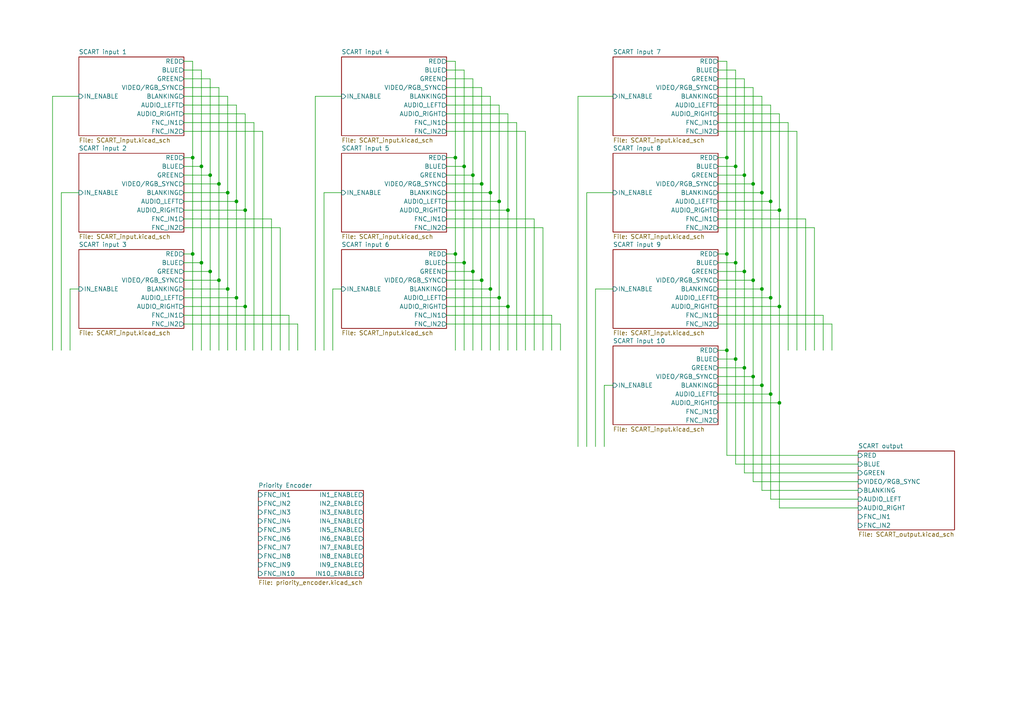
<source format=kicad_sch>
(kicad_sch (version 20230121) (generator eeschema)
  (paper "A4")
  (lib_symbols)
  (junction (at 142.24 55.88))
  (junction (at 223.52 58.42))
  (junction (at 218.44 53.34))
  (junction (at 213.36 76.2))
  (junction (at 60.96 50.8))
  (junction (at 213.36 48.26))
  (junction (at 71.12 60.96))
  (junction (at 226.06 60.96))
  (junction (at 218.44 109.22))
  (junction (at 147.32 88.9))
  (junction (at 226.06 116.84))
  (junction (at 60.96 78.74))
  (junction (at 132.08 73.66))
  (junction (at 63.5 81.28))
  (junction (at 132.08 45.72))
  (junction (at 147.32 60.96))
  (junction (at 66.04 83.82))
  (junction (at 223.52 86.36))
  (junction (at 210.82 45.72))
  (junction (at 137.16 50.8))
  (junction (at 210.82 101.6))
  (junction (at 139.7 81.28))
  (junction (at 71.12 88.9))
  (junction (at 142.24 83.82))
  (junction (at 144.78 86.36))
  (junction (at 58.42 48.26))
  (junction (at 134.62 48.26))
  (junction (at 223.52 114.3))
  (junction (at 220.98 111.76))
  (junction (at 55.88 45.72))
  (junction (at 215.9 78.74))
  (junction (at 134.62 76.2))
  (junction (at 220.98 55.88))
  (junction (at 66.04 55.88))
  (junction (at 68.58 58.42))
  (junction (at 68.58 86.36))
  (junction (at 63.5 53.34))
  (junction (at 58.42 76.2))
  (junction (at 144.78 58.42))
  (junction (at 139.7 53.34))
  (junction (at 226.06 88.9))
  (junction (at 215.9 50.8))
  (junction (at 213.36 104.14))
  (junction (at 218.44 81.28))
  (junction (at 210.82 73.66))
  (junction (at 137.16 78.74))
  (junction (at 220.98 83.82))
  (junction (at 55.88 73.66))
  (junction (at 215.9 106.68))
  (wire (pts (xy 208.28 22.86) (xy 215.9 22.86)))
  (wire (pts (xy 208.28 83.82) (xy 220.98 83.82)))
  (wire (pts (xy 129.54 22.86) (xy 137.16 22.86)))
  (wire (pts (xy 63.5 53.34) (xy 63.5 81.28)))
  (wire (pts (xy 213.36 104.14) (xy 213.36 134.62)))
  (wire (pts (xy 53.34 73.66) (xy 55.88 73.66)))
  (wire (pts (xy 66.04 27.94) (xy 66.04 55.88)))
  (wire (pts (xy 210.82 17.78) (xy 210.82 45.72)))
  (wire (pts (xy 76.2 38.1) (xy 76.2 101.6)))
  (wire (pts (xy 147.32 88.9) (xy 147.32 101.6)))
  (wire (pts (xy 213.36 48.26) (xy 213.36 76.2)))
  (wire (pts (xy 83.82 91.44) (xy 83.82 101.6)))
  (wire (pts (xy 60.96 22.86) (xy 60.96 50.8)))
  (wire (pts (xy 139.7 81.28) (xy 139.7 101.6)))
  (wire (pts (xy 129.54 83.82) (xy 142.24 83.82)))
  (wire (pts (xy 55.88 17.78) (xy 55.88 45.72)))
  (wire (pts (xy 91.44 27.94) (xy 91.44 101.6)))
  (wire (pts (xy 162.56 93.98) (xy 162.56 101.6)))
  (wire (pts (xy 53.34 86.36) (xy 68.58 86.36)))
  (wire (pts (xy 99.06 83.82) (xy 96.52 83.82)))
  (wire (pts (xy 208.28 78.74) (xy 215.9 78.74)))
  (wire (pts (xy 129.54 48.26) (xy 134.62 48.26)))
  (wire (pts (xy 208.28 30.48) (xy 223.52 30.48)))
  (wire (pts (xy 129.54 60.96) (xy 147.32 60.96)))
  (wire (pts (xy 53.34 30.48) (xy 68.58 30.48)))
  (wire (pts (xy 53.34 45.72) (xy 55.88 45.72)))
  (wire (pts (xy 236.22 66.04) (xy 236.22 101.6)))
  (wire (pts (xy 134.62 48.26) (xy 134.62 76.2)))
  (wire (pts (xy 99.06 27.94) (xy 91.44 27.94)))
  (wire (pts (xy 218.44 81.28) (xy 218.44 109.22)))
  (wire (pts (xy 78.74 63.5) (xy 78.74 101.6)))
  (wire (pts (xy 137.16 22.86) (xy 137.16 50.8)))
  (wire (pts (xy 53.34 35.56) (xy 73.66 35.56)))
  (wire (pts (xy 208.28 101.6) (xy 210.82 101.6)))
  (wire (pts (xy 228.6 35.56) (xy 228.6 101.6)))
  (wire (pts (xy 96.52 83.82) (xy 96.52 101.6)))
  (wire (pts (xy 208.28 53.34) (xy 218.44 53.34)))
  (wire (pts (xy 53.34 60.96) (xy 71.12 60.96)))
  (wire (pts (xy 129.54 20.32) (xy 134.62 20.32)))
  (wire (pts (xy 129.54 25.4) (xy 139.7 25.4)))
  (wire (pts (xy 248.92 139.7) (xy 218.44 139.7)))
  (wire (pts (xy 129.54 73.66) (xy 132.08 73.66)))
  (wire (pts (xy 231.14 38.1) (xy 231.14 101.6)))
  (wire (pts (xy 139.7 25.4) (xy 139.7 53.34)))
  (wire (pts (xy 129.54 81.28) (xy 139.7 81.28)))
  (wire (pts (xy 208.28 86.36) (xy 223.52 86.36)))
  (wire (pts (xy 53.34 78.74) (xy 60.96 78.74)))
  (wire (pts (xy 129.54 63.5) (xy 154.94 63.5)))
  (wire (pts (xy 215.9 50.8) (xy 215.9 78.74)))
  (wire (pts (xy 208.28 116.84) (xy 226.06 116.84)))
  (wire (pts (xy 22.86 55.88) (xy 17.78 55.88)))
  (wire (pts (xy 208.28 35.56) (xy 228.6 35.56)))
  (wire (pts (xy 53.34 48.26) (xy 58.42 48.26)))
  (wire (pts (xy 134.62 20.32) (xy 134.62 48.26)))
  (wire (pts (xy 177.8 55.88) (xy 170.18 55.88)))
  (wire (pts (xy 53.34 53.34) (xy 63.5 53.34)))
  (wire (pts (xy 66.04 55.88) (xy 66.04 83.82)))
  (wire (pts (xy 20.32 83.82) (xy 20.32 101.6)))
  (wire (pts (xy 142.24 55.88) (xy 142.24 83.82)))
  (wire (pts (xy 226.06 33.02) (xy 226.06 60.96)))
  (wire (pts (xy 208.28 66.04) (xy 236.22 66.04)))
  (wire (pts (xy 129.54 27.94) (xy 142.24 27.94)))
  (wire (pts (xy 53.34 38.1) (xy 76.2 38.1)))
  (wire (pts (xy 208.28 50.8) (xy 215.9 50.8)))
  (wire (pts (xy 17.78 55.88) (xy 17.78 101.6)))
  (wire (pts (xy 208.28 38.1) (xy 231.14 38.1)))
  (wire (pts (xy 210.82 45.72) (xy 210.82 73.66)))
  (wire (pts (xy 68.58 58.42) (xy 68.58 86.36)))
  (wire (pts (xy 55.88 73.66) (xy 55.88 101.6)))
  (wire (pts (xy 68.58 30.48) (xy 68.58 58.42)))
  (wire (pts (xy 248.92 142.24) (xy 220.98 142.24)))
  (wire (pts (xy 248.92 147.32) (xy 226.06 147.32)))
  (wire (pts (xy 215.9 78.74) (xy 215.9 106.68)))
  (wire (pts (xy 129.54 53.34) (xy 139.7 53.34)))
  (wire (pts (xy 55.88 45.72) (xy 55.88 73.66)))
  (wire (pts (xy 147.32 33.02) (xy 147.32 60.96)))
  (wire (pts (xy 73.66 35.56) (xy 73.66 101.6)))
  (wire (pts (xy 223.52 144.78) (xy 223.52 114.3)))
  (wire (pts (xy 157.48 66.04) (xy 157.48 101.6)))
  (wire (pts (xy 53.34 81.28) (xy 63.5 81.28)))
  (wire (pts (xy 215.9 137.16) (xy 248.92 137.16)))
  (wire (pts (xy 220.98 142.24) (xy 220.98 111.76)))
  (wire (pts (xy 208.28 114.3) (xy 223.52 114.3)))
  (wire (pts (xy 208.28 20.32) (xy 213.36 20.32)))
  (wire (pts (xy 208.28 104.14) (xy 213.36 104.14)))
  (wire (pts (xy 22.86 27.94) (xy 15.24 27.94)))
  (wire (pts (xy 129.54 91.44) (xy 160.02 91.44)))
  (wire (pts (xy 208.28 106.68) (xy 215.9 106.68)))
  (wire (pts (xy 175.26 111.76) (xy 175.26 129.54)))
  (wire (pts (xy 208.28 33.02) (xy 226.06 33.02)))
  (wire (pts (xy 177.8 83.82) (xy 172.72 83.82)))
  (wire (pts (xy 134.62 76.2) (xy 134.62 101.6)))
  (wire (pts (xy 220.98 27.94) (xy 220.98 55.88)))
  (wire (pts (xy 53.34 83.82) (xy 66.04 83.82)))
  (wire (pts (xy 208.28 48.26) (xy 213.36 48.26)))
  (wire (pts (xy 60.96 50.8) (xy 60.96 78.74)))
  (wire (pts (xy 53.34 88.9) (xy 71.12 88.9)))
  (wire (pts (xy 129.54 45.72) (xy 132.08 45.72)))
  (wire (pts (xy 226.06 88.9) (xy 226.06 116.84)))
  (wire (pts (xy 208.28 111.76) (xy 220.98 111.76)))
  (wire (pts (xy 129.54 50.8) (xy 137.16 50.8)))
  (wire (pts (xy 53.34 17.78) (xy 55.88 17.78)))
  (wire (pts (xy 238.76 91.44) (xy 238.76 101.6)))
  (wire (pts (xy 208.28 17.78) (xy 210.82 17.78)))
  (wire (pts (xy 129.54 93.98) (xy 162.56 93.98)))
  (wire (pts (xy 160.02 91.44) (xy 160.02 101.6)))
  (wire (pts (xy 129.54 58.42) (xy 144.78 58.42)))
  (wire (pts (xy 129.54 17.78) (xy 132.08 17.78)))
  (wire (pts (xy 53.34 33.02) (xy 71.12 33.02)))
  (wire (pts (xy 142.24 27.94) (xy 142.24 55.88)))
  (wire (pts (xy 208.28 81.28) (xy 218.44 81.28)))
  (wire (pts (xy 60.96 78.74) (xy 60.96 101.6)))
  (wire (pts (xy 213.36 134.62) (xy 248.92 134.62)))
  (wire (pts (xy 71.12 88.9) (xy 71.12 101.6)))
  (wire (pts (xy 177.8 111.76) (xy 175.26 111.76)))
  (wire (pts (xy 208.28 91.44) (xy 238.76 91.44)))
  (wire (pts (xy 218.44 53.34) (xy 218.44 81.28)))
  (wire (pts (xy 22.86 83.82) (xy 20.32 83.82)))
  (wire (pts (xy 241.3 93.98) (xy 241.3 101.6)))
  (wire (pts (xy 129.54 33.02) (xy 147.32 33.02)))
  (wire (pts (xy 208.28 58.42) (xy 223.52 58.42)))
  (wire (pts (xy 129.54 76.2) (xy 134.62 76.2)))
  (wire (pts (xy 53.34 20.32) (xy 58.42 20.32)))
  (wire (pts (xy 172.72 83.82) (xy 172.72 129.54)))
  (wire (pts (xy 129.54 78.74) (xy 137.16 78.74)))
  (wire (pts (xy 154.94 63.5) (xy 154.94 101.6)))
  (wire (pts (xy 53.34 25.4) (xy 63.5 25.4)))
  (wire (pts (xy 223.52 30.48) (xy 223.52 58.42)))
  (wire (pts (xy 71.12 33.02) (xy 71.12 60.96)))
  (wire (pts (xy 215.9 22.86) (xy 215.9 50.8)))
  (wire (pts (xy 208.28 45.72) (xy 210.82 45.72)))
  (wire (pts (xy 129.54 86.36) (xy 144.78 86.36)))
  (wire (pts (xy 218.44 25.4) (xy 218.44 53.34)))
  (wire (pts (xy 220.98 55.88) (xy 220.98 83.82)))
  (wire (pts (xy 139.7 53.34) (xy 139.7 81.28)))
  (wire (pts (xy 170.18 55.88) (xy 170.18 129.54)))
  (wire (pts (xy 210.82 73.66) (xy 210.82 101.6)))
  (wire (pts (xy 132.08 17.78) (xy 132.08 45.72)))
  (wire (pts (xy 53.34 55.88) (xy 66.04 55.88)))
  (wire (pts (xy 137.16 78.74) (xy 137.16 101.6)))
  (wire (pts (xy 53.34 58.42) (xy 68.58 58.42)))
  (wire (pts (xy 129.54 30.48) (xy 144.78 30.48)))
  (wire (pts (xy 226.06 60.96) (xy 226.06 88.9)))
  (wire (pts (xy 68.58 86.36) (xy 68.58 101.6)))
  (wire (pts (xy 53.34 66.04) (xy 81.28 66.04)))
  (wire (pts (xy 208.28 76.2) (xy 213.36 76.2)))
  (wire (pts (xy 15.24 27.94) (xy 15.24 101.6)))
  (wire (pts (xy 248.92 144.78) (xy 223.52 144.78)))
  (wire (pts (xy 144.78 30.48) (xy 144.78 58.42)))
  (wire (pts (xy 53.34 63.5) (xy 78.74 63.5)))
  (wire (pts (xy 63.5 81.28) (xy 63.5 101.6)))
  (wire (pts (xy 208.28 88.9) (xy 226.06 88.9)))
  (wire (pts (xy 208.28 55.88) (xy 220.98 55.88)))
  (wire (pts (xy 58.42 20.32) (xy 58.42 48.26)))
  (wire (pts (xy 210.82 101.6) (xy 210.82 132.08)))
  (wire (pts (xy 208.28 60.96) (xy 226.06 60.96)))
  (wire (pts (xy 218.44 139.7) (xy 218.44 109.22)))
  (wire (pts (xy 208.28 73.66) (xy 210.82 73.66)))
  (wire (pts (xy 152.4 38.1) (xy 152.4 101.6)))
  (wire (pts (xy 58.42 48.26) (xy 58.42 76.2)))
  (wire (pts (xy 129.54 88.9) (xy 147.32 88.9)))
  (wire (pts (xy 66.04 83.82) (xy 66.04 101.6)))
  (wire (pts (xy 210.82 132.08) (xy 248.92 132.08)))
  (wire (pts (xy 129.54 38.1) (xy 152.4 38.1)))
  (wire (pts (xy 53.34 22.86) (xy 60.96 22.86)))
  (wire (pts (xy 53.34 50.8) (xy 60.96 50.8)))
  (wire (pts (xy 129.54 35.56) (xy 149.86 35.56)))
  (wire (pts (xy 208.28 93.98) (xy 241.3 93.98)))
  (wire (pts (xy 58.42 76.2) (xy 58.42 101.6)))
  (wire (pts (xy 223.52 86.36) (xy 223.52 114.3)))
  (wire (pts (xy 144.78 58.42) (xy 144.78 86.36)))
  (wire (pts (xy 71.12 60.96) (xy 71.12 88.9)))
  (wire (pts (xy 86.36 93.98) (xy 86.36 101.6)))
  (wire (pts (xy 223.52 58.42) (xy 223.52 86.36)))
  (wire (pts (xy 208.28 109.22) (xy 218.44 109.22)))
  (wire (pts (xy 137.16 50.8) (xy 137.16 78.74)))
  (wire (pts (xy 129.54 66.04) (xy 157.48 66.04)))
  (wire (pts (xy 167.64 27.94) (xy 167.64 129.54)))
  (wire (pts (xy 233.68 63.5) (xy 233.68 101.6)))
  (wire (pts (xy 213.36 20.32) (xy 213.36 48.26)))
  (wire (pts (xy 215.9 106.68) (xy 215.9 137.16)))
  (wire (pts (xy 63.5 25.4) (xy 63.5 53.34)))
  (wire (pts (xy 93.98 55.88) (xy 93.98 101.6)))
  (wire (pts (xy 53.34 27.94) (xy 66.04 27.94)))
  (wire (pts (xy 129.54 55.88) (xy 142.24 55.88)))
  (wire (pts (xy 53.34 93.98) (xy 86.36 93.98)))
  (wire (pts (xy 147.32 60.96) (xy 147.32 88.9)))
  (wire (pts (xy 226.06 147.32) (xy 226.06 116.84)))
  (wire (pts (xy 99.06 55.88) (xy 93.98 55.88)))
  (wire (pts (xy 53.34 76.2) (xy 58.42 76.2)))
  (wire (pts (xy 220.98 83.82) (xy 220.98 111.76)))
  (wire (pts (xy 149.86 35.56) (xy 149.86 101.6)))
  (wire (pts (xy 208.28 27.94) (xy 220.98 27.94)))
  (wire (pts (xy 208.28 25.4) (xy 218.44 25.4)))
  (wire (pts (xy 144.78 86.36) (xy 144.78 101.6)))
  (wire (pts (xy 177.8 27.94) (xy 167.64 27.94)))
  (wire (pts (xy 208.28 63.5) (xy 233.68 63.5)))
  (wire (pts (xy 142.24 83.82) (xy 142.24 101.6)))
  (wire (pts (xy 132.08 45.72) (xy 132.08 73.66)))
  (wire (pts (xy 81.28 66.04) (xy 81.28 101.6)))
  (wire (pts (xy 132.08 73.66) (xy 132.08 101.6)))
  (wire (pts (xy 53.34 91.44) (xy 83.82 91.44)))
  (wire (pts (xy 213.36 76.2) (xy 213.36 104.14)))
  (sheet (at 177.8 44.45) (size 30.48 22.86) (stroke (width 0.1524))
    (property "Sheetname" "SCART input 8" (at 177.8 43.7384 0) (effects (justify left bottom)))
    (property "Sheetfile" "SCART_input.kicad_sch" (at 177.8 67.8946 0) (effects (justify left top)))
    (pin "BLUE" output (at 208.28 48.26 0))
    (pin "BLANKING" output (at 208.28 55.88 0))
    (pin "GREEN" output (at 208.28 50.8 0))
    (pin "RED" output (at 208.28 45.72 0))
    (pin "VIDEO{slash}RGB_SYNC" output (at 208.28 53.34 0))
    (pin "FNC_IN1" output (at 208.28 63.5 0))
    (pin "FNC_IN2" output (at 208.28 66.04 0))
    (pin "AUDIO_LEFT" output (at 208.28 58.42 0))
    (pin "AUDIO_RIGHT" output (at 208.28 60.96 0))
    (pin "IN_ENABLE" input (at 177.8 55.88 180))
  )
  (sheet (at 22.86 72.39) (size 30.48 22.86) (stroke (width 0.1524))
    (property "Sheetname" "SCART input 3" (at 22.86 71.6784 0) (effects (justify left bottom)))
    (property "Sheetfile" "SCART_input.kicad_sch" (at 22.86 95.8346 0) (effects (justify left top)))
    (pin "BLUE" output (at 53.34 76.2 0))
    (pin "BLANKING" output (at 53.34 83.82 0))
    (pin "GREEN" output (at 53.34 78.74 0))
    (pin "RED" output (at 53.34 73.66 0))
    (pin "VIDEO{slash}RGB_SYNC" output (at 53.34 81.28 0))
    (pin "FNC_IN1" output (at 53.34 91.44 0))
    (pin "FNC_IN2" output (at 53.34 93.98 0))
    (pin "AUDIO_LEFT" output (at 53.34 86.36 0))
    (pin "AUDIO_RIGHT" output (at 53.34 88.9 0))
    (pin "IN_ENABLE" input (at 22.86 83.82 180))
  )
  (sheet (at 177.8 72.39) (size 30.48 22.86) (stroke (width 0.1524))
    (property "Sheetname" "SCART input 9" (at 177.8 71.6784 0) (effects (justify left bottom)))
    (property "Sheetfile" "SCART_input.kicad_sch" (at 177.8 95.8346 0) (effects (justify left top)))
    (pin "BLUE" output (at 208.28 76.2 0))
    (pin "BLANKING" output (at 208.28 83.82 0))
    (pin "GREEN" output (at 208.28 78.74 0))
    (pin "RED" output (at 208.28 73.66 0))
    (pin "VIDEO{slash}RGB_SYNC" output (at 208.28 81.28 0))
    (pin "FNC_IN1" output (at 208.28 91.44 0))
    (pin "FNC_IN2" output (at 208.28 93.98 0))
    (pin "AUDIO_LEFT" output (at 208.28 86.36 0))
    (pin "AUDIO_RIGHT" output (at 208.28 88.9 0))
    (pin "IN_ENABLE" input (at 177.8 83.82 180))
  )
  (sheet (at 99.06 16.51) (size 30.48 22.86) (stroke (width 0.1524))
    (property "Sheetname" "SCART input 4" (at 99.06 15.7984 0) (effects (justify left bottom)))
    (property "Sheetfile" "SCART_input.kicad_sch" (at 99.06 39.9546 0) (effects (justify left top)))
    (pin "BLUE" output (at 129.54 20.32 0))
    (pin "BLANKING" output (at 129.54 27.94 0))
    (pin "GREEN" output (at 129.54 22.86 0))
    (pin "RED" output (at 129.54 17.78 0))
    (pin "VIDEO{slash}RGB_SYNC" output (at 129.54 25.4 0))
    (pin "FNC_IN1" output (at 129.54 35.56 0))
    (pin "FNC_IN2" output (at 129.54 38.1 0))
    (pin "AUDIO_LEFT" output (at 129.54 30.48 0))
    (pin "AUDIO_RIGHT" output (at 129.54 33.02 0))
    (pin "IN_ENABLE" input (at 99.06 27.94 180))
  )
  (sheet (at 248.92 130.81) (size 27.94 22.86) (stroke (width 0.1524))
    (property "Sheetname" "SCART output" (at 248.92 130.0984 0) (effects (justify left bottom)))
    (property "Sheetfile" "SCART_output.kicad_sch" (at 248.92 154.2546 0) (effects (justify left top)))
    (pin "FNC_IN1" input (at 248.92 149.86 180))
    (pin "FNC_IN2" input (at 248.92 152.4 180))
    (pin "AUDIO_RIGHT" input (at 248.92 147.32 180))
    (pin "AUDIO_LEFT" input (at 248.92 144.78 180))
    (pin "BLANKING" input (at 248.92 142.24 180))
    (pin "RED" input (at 248.92 132.08 180))
    (pin "GREEN" input (at 248.92 137.16 180))
    (pin "VIDEO{slash}RGB_SYNC" input (at 248.92 139.7 180))
    (pin "BLUE" input (at 248.92 134.62 180))
  )
  (sheet (at 177.8 16.51) (size 30.48 22.86) (stroke (width 0.1524))
    (property "Sheetname" "SCART input 7" (at 177.8 15.7984 0) (effects (justify left bottom)))
    (property "Sheetfile" "SCART_input.kicad_sch" (at 177.8 39.9546 0) (effects (justify left top)))
    (pin "BLUE" output (at 208.28 20.32 0))
    (pin "BLANKING" output (at 208.28 27.94 0))
    (pin "GREEN" output (at 208.28 22.86 0))
    (pin "RED" output (at 208.28 17.78 0))
    (pin "VIDEO{slash}RGB_SYNC" output (at 208.28 25.4 0))
    (pin "FNC_IN1" output (at 208.28 35.56 0))
    (pin "FNC_IN2" output (at 208.28 38.1 0))
    (pin "AUDIO_LEFT" output (at 208.28 30.48 0))
    (pin "AUDIO_RIGHT" output (at 208.28 33.02 0))
    (pin "IN_ENABLE" input (at 177.8 27.94 180))
  )
  (sheet (at 22.86 16.51) (size 30.48 22.86) (stroke (width 0.1524))
    (property "Sheetname" "SCART input 1" (at 22.86 15.7984 0) (effects (justify left bottom)))
    (property "Sheetfile" "SCART_input.kicad_sch" (at 22.86 39.9546 0) (effects (justify left top)))
    (pin "BLUE" output (at 53.34 20.32 0))
    (pin "BLANKING" output (at 53.34 27.94 0))
    (pin "GREEN" output (at 53.34 22.86 0))
    (pin "RED" output (at 53.34 17.78 0))
    (pin "VIDEO{slash}RGB_SYNC" output (at 53.34 25.4 0))
    (pin "FNC_IN1" output (at 53.34 35.56 0))
    (pin "FNC_IN2" output (at 53.34 38.1 0))
    (pin "AUDIO_LEFT" output (at 53.34 30.48 0))
    (pin "AUDIO_RIGHT" output (at 53.34 33.02 0))
    (pin "IN_ENABLE" input (at 22.86 27.94 180))
  )
  (sheet (at 74.93 142.24) (size 30.48 25.4) (stroke (width 0.1524))
    (property "Sheetname" "Priority Encoder" (at 74.93 141.5284 0) (effects (justify left bottom)))
    (property "Sheetfile" "priority_encoder.kicad_sch" (at 74.93 168.2246 0) (effects (justify left top)))
    (pin "IN2_ENABLE" output (at 105.41 146.05 0))
    (pin "IN1_ENABLE" output (at 105.41 143.51 0))
    (pin "IN10_ENABLE" output (at 105.41 166.37 0))
    (pin "IN9_ENABLE" output (at 105.41 163.83 0))
    (pin "IN3_ENABLE" output (at 105.41 148.59 0))
    (pin "IN8_ENABLE" output (at 105.41 161.29 0))
    (pin "IN7_ENABLE" output (at 105.41 158.75 0))
    (pin "IN6_ENABLE" output (at 105.41 156.21 0))
    (pin "IN5_ENABLE" output (at 105.41 153.67 0))
    (pin "IN4_ENABLE" output (at 105.41 151.13 0))
    (pin "FNC_IN5" input (at 74.93 153.67 180))
    (pin "FNC_IN6" input (at 74.93 156.21 180))
    (pin "FNC_IN7" input (at 74.93 158.75 180))
    (pin "FNC_IN8" input (at 74.93 161.29 180))
    (pin "FNC_IN9" input (at 74.93 163.83 180))
    (pin "FNC_IN10" input (at 74.93 166.37 180))
    (pin "FNC_IN3" input (at 74.93 148.59 180))
    (pin "FNC_IN4" input (at 74.93 151.13 180))
    (pin "FNC_IN2" input (at 74.93 146.05 180))
    (pin "FNC_IN1" input (at 74.93 143.51 180))
  )
  (sheet (at 22.86 44.45) (size 30.48 22.86) (stroke (width 0.1524))
    (property "Sheetname" "SCART input 2" (at 22.86 43.7384 0) (effects (justify left bottom)))
    (property "Sheetfile" "SCART_input.kicad_sch" (at 22.86 67.8946 0) (effects (justify left top)))
    (pin "BLUE" output (at 53.34 48.26 0))
    (pin "BLANKING" output (at 53.34 55.88 0))
    (pin "GREEN" output (at 53.34 50.8 0))
    (pin "RED" output (at 53.34 45.72 0))
    (pin "VIDEO{slash}RGB_SYNC" output (at 53.34 53.34 0))
    (pin "FNC_IN1" output (at 53.34 63.5 0))
    (pin "FNC_IN2" output (at 53.34 66.04 0))
    (pin "AUDIO_LEFT" output (at 53.34 58.42 0))
    (pin "AUDIO_RIGHT" output (at 53.34 60.96 0))
    (pin "IN_ENABLE" input (at 22.86 55.88 180))
  )
  (sheet (at 99.06 44.45) (size 30.48 22.86) (stroke (width 0.1524))
    (property "Sheetname" "SCART input 5" (at 99.06 43.7384 0) (effects (justify left bottom)))
    (property "Sheetfile" "SCART_input.kicad_sch" (at 99.06 67.8946 0) (effects (justify left top)))
    (pin "BLUE" output (at 129.54 48.26 0))
    (pin "BLANKING" output (at 129.54 55.88 0))
    (pin "GREEN" output (at 129.54 50.8 0))
    (pin "RED" output (at 129.54 45.72 0))
    (pin "VIDEO{slash}RGB_SYNC" output (at 129.54 53.34 0))
    (pin "FNC_IN1" output (at 129.54 63.5 0))
    (pin "FNC_IN2" output (at 129.54 66.04 0))
    (pin "AUDIO_LEFT" output (at 129.54 58.42 0))
    (pin "AUDIO_RIGHT" output (at 129.54 60.96 0))
    (pin "IN_ENABLE" input (at 99.06 55.88 180))
  )
  (sheet (at 99.06 72.39) (size 30.48 22.86) (stroke (width 0.1524))
    (property "Sheetname" "SCART input 6" (at 99.06 71.6784 0) (effects (justify left bottom)))
    (property "Sheetfile" "SCART_input.kicad_sch" (at 99.06 95.8346 0) (effects (justify left top)))
    (pin "BLUE" output (at 129.54 76.2 0))
    (pin "BLANKING" output (at 129.54 83.82 0))
    (pin "GREEN" output (at 129.54 78.74 0))
    (pin "RED" output (at 129.54 73.66 0))
    (pin "VIDEO{slash}RGB_SYNC" output (at 129.54 81.28 0))
    (pin "FNC_IN1" output (at 129.54 91.44 0))
    (pin "FNC_IN2" output (at 129.54 93.98 0))
    (pin "AUDIO_LEFT" output (at 129.54 86.36 0))
    (pin "AUDIO_RIGHT" output (at 129.54 88.9 0))
    (pin "IN_ENABLE" input (at 99.06 83.82 180))
  )
  (sheet (at 177.8 100.33) (size 30.48 22.86) (stroke (width 0.1524))
    (property "Sheetname" "SCART input 10" (at 177.8 99.6184 0) (effects (justify left bottom)))
    (property "Sheetfile" "SCART_input.kicad_sch" (at 177.8 123.7746 0) (effects (justify left top)))
    (pin "BLUE" output (at 208.28 104.14 0))
    (pin "BLANKING" output (at 208.28 111.76 0))
    (pin "GREEN" output (at 208.28 106.68 0))
    (pin "RED" output (at 208.28 101.6 0))
    (pin "VIDEO{slash}RGB_SYNC" output (at 208.28 109.22 0))
    (pin "FNC_IN1" output (at 208.28 119.38 0))
    (pin "FNC_IN2" output (at 208.28 121.92 0))
    (pin "AUDIO_LEFT" output (at 208.28 114.3 0))
    (pin "AUDIO_RIGHT" output (at 208.28 116.84 0))
    (pin "IN_ENABLE" input (at 177.8 111.76 180))
  )
)
</source>
